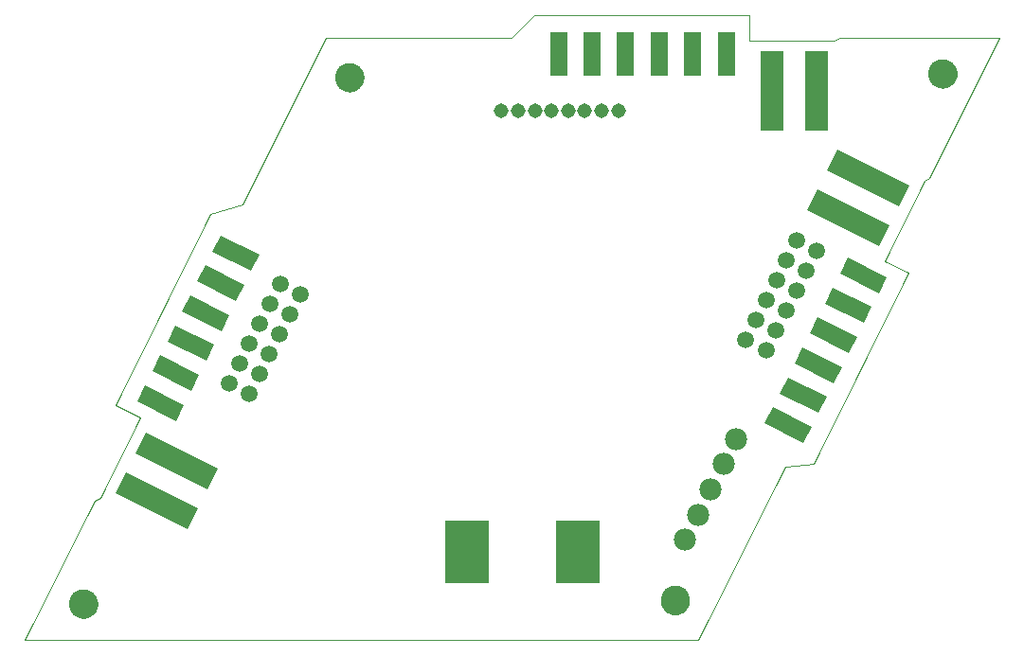
<source format=gbs>
G75*
%MOIN*%
%OFA0B0*%
%FSLAX24Y24*%
%IPPOS*%
%LPD*%
%AMOC8*
5,1,8,0,0,1.08239X$1,22.5*
%
%ADD10C,0.0000*%
%ADD11C,0.1024*%
%ADD12C,0.0516*%
%ADD13R,0.1556X0.2205*%
%ADD14C,0.0594*%
%ADD15C,0.0780*%
%ADD16R,0.0631X0.1536*%
%ADD17R,0.2835X0.0827*%
%ADD18R,0.0827X0.2835*%
D10*
X001464Y000942D02*
X003925Y005873D01*
X004132Y005942D01*
X005549Y008777D01*
X004663Y009219D01*
X008019Y015942D01*
X009141Y016296D01*
X012065Y022152D01*
X018610Y022152D01*
X019417Y022950D01*
X026966Y022950D01*
X026966Y022074D01*
X029978Y022074D01*
X030145Y022152D01*
X035785Y022152D01*
X033315Y017212D01*
X033147Y017133D01*
X031730Y014308D01*
X032586Y013885D01*
X029230Y007172D01*
X028236Y007064D01*
X025175Y000942D01*
X001464Y000942D01*
X003043Y002228D02*
X003045Y002272D01*
X003051Y002316D01*
X003061Y002359D01*
X003074Y002401D01*
X003092Y002441D01*
X003113Y002480D01*
X003137Y002517D01*
X003164Y002552D01*
X003195Y002584D01*
X003228Y002613D01*
X003264Y002639D01*
X003302Y002661D01*
X003342Y002680D01*
X003383Y002696D01*
X003426Y002708D01*
X003469Y002716D01*
X003513Y002720D01*
X003557Y002720D01*
X003601Y002716D01*
X003644Y002708D01*
X003687Y002696D01*
X003728Y002680D01*
X003768Y002661D01*
X003806Y002639D01*
X003842Y002613D01*
X003875Y002584D01*
X003906Y002552D01*
X003933Y002517D01*
X003957Y002480D01*
X003978Y002441D01*
X003996Y002401D01*
X004009Y002359D01*
X004019Y002316D01*
X004025Y002272D01*
X004027Y002228D01*
X004025Y002184D01*
X004019Y002140D01*
X004009Y002097D01*
X003996Y002055D01*
X003978Y002015D01*
X003957Y001976D01*
X003933Y001939D01*
X003906Y001904D01*
X003875Y001872D01*
X003842Y001843D01*
X003806Y001817D01*
X003768Y001795D01*
X003728Y001776D01*
X003687Y001760D01*
X003644Y001748D01*
X003601Y001740D01*
X003557Y001736D01*
X003513Y001736D01*
X003469Y001740D01*
X003426Y001748D01*
X003383Y001760D01*
X003342Y001776D01*
X003302Y001795D01*
X003264Y001817D01*
X003228Y001843D01*
X003195Y001872D01*
X003164Y001904D01*
X003137Y001939D01*
X003113Y001976D01*
X003092Y002015D01*
X003074Y002055D01*
X003061Y002097D01*
X003051Y002140D01*
X003045Y002184D01*
X003043Y002228D01*
X023864Y002345D02*
X023866Y002389D01*
X023872Y002433D01*
X023882Y002476D01*
X023895Y002518D01*
X023913Y002558D01*
X023934Y002597D01*
X023958Y002634D01*
X023985Y002669D01*
X024016Y002701D01*
X024049Y002730D01*
X024085Y002756D01*
X024123Y002778D01*
X024163Y002797D01*
X024204Y002813D01*
X024247Y002825D01*
X024290Y002833D01*
X024334Y002837D01*
X024378Y002837D01*
X024422Y002833D01*
X024465Y002825D01*
X024508Y002813D01*
X024549Y002797D01*
X024589Y002778D01*
X024627Y002756D01*
X024663Y002730D01*
X024696Y002701D01*
X024727Y002669D01*
X024754Y002634D01*
X024778Y002597D01*
X024799Y002558D01*
X024817Y002518D01*
X024830Y002476D01*
X024840Y002433D01*
X024846Y002389D01*
X024848Y002345D01*
X024846Y002301D01*
X024840Y002257D01*
X024830Y002214D01*
X024817Y002172D01*
X024799Y002132D01*
X024778Y002093D01*
X024754Y002056D01*
X024727Y002021D01*
X024696Y001989D01*
X024663Y001960D01*
X024627Y001934D01*
X024589Y001912D01*
X024549Y001893D01*
X024508Y001877D01*
X024465Y001865D01*
X024422Y001857D01*
X024378Y001853D01*
X024334Y001853D01*
X024290Y001857D01*
X024247Y001865D01*
X024204Y001877D01*
X024163Y001893D01*
X024123Y001912D01*
X024085Y001934D01*
X024049Y001960D01*
X024016Y001989D01*
X023985Y002021D01*
X023958Y002056D01*
X023934Y002093D01*
X023913Y002132D01*
X023895Y002172D01*
X023882Y002214D01*
X023872Y002257D01*
X023866Y002301D01*
X023864Y002345D01*
X012412Y020766D02*
X012414Y020810D01*
X012420Y020854D01*
X012430Y020897D01*
X012443Y020939D01*
X012461Y020979D01*
X012482Y021018D01*
X012506Y021055D01*
X012533Y021090D01*
X012564Y021122D01*
X012597Y021151D01*
X012633Y021177D01*
X012671Y021199D01*
X012711Y021218D01*
X012752Y021234D01*
X012795Y021246D01*
X012838Y021254D01*
X012882Y021258D01*
X012926Y021258D01*
X012970Y021254D01*
X013013Y021246D01*
X013056Y021234D01*
X013097Y021218D01*
X013137Y021199D01*
X013175Y021177D01*
X013211Y021151D01*
X013244Y021122D01*
X013275Y021090D01*
X013302Y021055D01*
X013326Y021018D01*
X013347Y020979D01*
X013365Y020939D01*
X013378Y020897D01*
X013388Y020854D01*
X013394Y020810D01*
X013396Y020766D01*
X013394Y020722D01*
X013388Y020678D01*
X013378Y020635D01*
X013365Y020593D01*
X013347Y020553D01*
X013326Y020514D01*
X013302Y020477D01*
X013275Y020442D01*
X013244Y020410D01*
X013211Y020381D01*
X013175Y020355D01*
X013137Y020333D01*
X013097Y020314D01*
X013056Y020298D01*
X013013Y020286D01*
X012970Y020278D01*
X012926Y020274D01*
X012882Y020274D01*
X012838Y020278D01*
X012795Y020286D01*
X012752Y020298D01*
X012711Y020314D01*
X012671Y020333D01*
X012633Y020355D01*
X012597Y020381D01*
X012564Y020410D01*
X012533Y020442D01*
X012506Y020477D01*
X012482Y020514D01*
X012461Y020553D01*
X012443Y020593D01*
X012430Y020635D01*
X012420Y020678D01*
X012414Y020722D01*
X012412Y020766D01*
X033282Y020898D02*
X033284Y020942D01*
X033290Y020986D01*
X033300Y021029D01*
X033313Y021071D01*
X033331Y021111D01*
X033352Y021150D01*
X033376Y021187D01*
X033403Y021222D01*
X033434Y021254D01*
X033467Y021283D01*
X033503Y021309D01*
X033541Y021331D01*
X033581Y021350D01*
X033622Y021366D01*
X033665Y021378D01*
X033708Y021386D01*
X033752Y021390D01*
X033796Y021390D01*
X033840Y021386D01*
X033883Y021378D01*
X033926Y021366D01*
X033967Y021350D01*
X034007Y021331D01*
X034045Y021309D01*
X034081Y021283D01*
X034114Y021254D01*
X034145Y021222D01*
X034172Y021187D01*
X034196Y021150D01*
X034217Y021111D01*
X034235Y021071D01*
X034248Y021029D01*
X034258Y020986D01*
X034264Y020942D01*
X034266Y020898D01*
X034264Y020854D01*
X034258Y020810D01*
X034248Y020767D01*
X034235Y020725D01*
X034217Y020685D01*
X034196Y020646D01*
X034172Y020609D01*
X034145Y020574D01*
X034114Y020542D01*
X034081Y020513D01*
X034045Y020487D01*
X034007Y020465D01*
X033967Y020446D01*
X033926Y020430D01*
X033883Y020418D01*
X033840Y020410D01*
X033796Y020406D01*
X033752Y020406D01*
X033708Y020410D01*
X033665Y020418D01*
X033622Y020430D01*
X033581Y020446D01*
X033541Y020465D01*
X033503Y020487D01*
X033467Y020513D01*
X033434Y020542D01*
X033403Y020574D01*
X033376Y020609D01*
X033352Y020646D01*
X033331Y020685D01*
X033313Y020725D01*
X033300Y020767D01*
X033290Y020810D01*
X033284Y020854D01*
X033282Y020898D01*
D11*
X033774Y020898D03*
X012904Y020766D03*
X003535Y002228D03*
X024356Y002345D03*
D12*
X022361Y019596D03*
X021771Y019596D03*
X021180Y019596D03*
X020590Y019596D03*
X020019Y019596D03*
X019428Y019596D03*
X018838Y019596D03*
X018247Y019596D03*
D13*
X017033Y004058D03*
X020950Y004058D03*
D14*
X027557Y011158D03*
X026855Y011515D03*
X027212Y012217D03*
X027570Y012918D03*
X028272Y012561D03*
X028629Y013262D03*
X027927Y013620D03*
X028285Y014322D03*
X028986Y013964D03*
X029344Y014666D03*
X028642Y015023D03*
X027914Y011859D03*
X011161Y013141D03*
X010459Y013499D03*
X010102Y012797D03*
X010803Y012439D03*
X010446Y011738D03*
X009744Y012095D03*
X009387Y011394D03*
X010088Y011036D03*
X009731Y010335D03*
X009029Y010692D03*
X008672Y009991D03*
X009373Y009633D03*
D15*
X024703Y004476D03*
X025157Y005367D03*
X025611Y006258D03*
X026065Y007149D03*
X026519Y008040D03*
D16*
G36*
X029170Y008455D02*
X028888Y007892D01*
X027516Y008579D01*
X027798Y009142D01*
X029170Y008455D01*
G37*
G36*
X029699Y009512D02*
X029417Y008949D01*
X028045Y009636D01*
X028327Y010199D01*
X029699Y009512D01*
G37*
G36*
X030227Y010568D02*
X029945Y010005D01*
X028573Y010692D01*
X028855Y011255D01*
X030227Y010568D01*
G37*
G36*
X030756Y011624D02*
X030474Y011061D01*
X029102Y011748D01*
X029384Y012311D01*
X030756Y011624D01*
G37*
G36*
X031285Y012680D02*
X031003Y012117D01*
X029631Y012804D01*
X029913Y013367D01*
X031285Y012680D01*
G37*
G36*
X031814Y013736D02*
X031532Y013173D01*
X030160Y013860D01*
X030442Y014423D01*
X031814Y013736D01*
G37*
X026166Y021601D03*
X024984Y021601D03*
X023803Y021601D03*
X022622Y021601D03*
X021441Y021601D03*
X020260Y021601D03*
G36*
X008079Y014639D02*
X008361Y015202D01*
X009733Y014515D01*
X009451Y013952D01*
X008079Y014639D01*
G37*
G36*
X007550Y013583D02*
X007832Y014146D01*
X009204Y013459D01*
X008922Y012896D01*
X007550Y013583D01*
G37*
G36*
X007021Y012527D02*
X007303Y013090D01*
X008675Y012403D01*
X008393Y011840D01*
X007021Y012527D01*
G37*
G36*
X006492Y011471D02*
X006774Y012034D01*
X008146Y011347D01*
X007864Y010784D01*
X006492Y011471D01*
G37*
G36*
X005963Y010415D02*
X006245Y010978D01*
X007617Y010291D01*
X007335Y009728D01*
X005963Y010415D01*
G37*
G36*
X005435Y009358D02*
X005717Y009921D01*
X007089Y009234D01*
X006807Y008671D01*
X005435Y009358D01*
G37*
D17*
G36*
X005733Y008259D02*
X008266Y006991D01*
X007897Y006253D01*
X005364Y007521D01*
X005733Y008259D01*
G37*
G36*
X005028Y006851D02*
X007561Y005583D01*
X007192Y004845D01*
X004659Y006113D01*
X005028Y006851D01*
G37*
G36*
X031548Y014816D02*
X029015Y016084D01*
X029384Y016822D01*
X031917Y015554D01*
X031548Y014816D01*
G37*
G36*
X032253Y016224D02*
X029720Y017492D01*
X030089Y018230D01*
X032622Y016962D01*
X032253Y016224D01*
G37*
D18*
X029345Y020296D03*
X027770Y020296D03*
M02*

</source>
